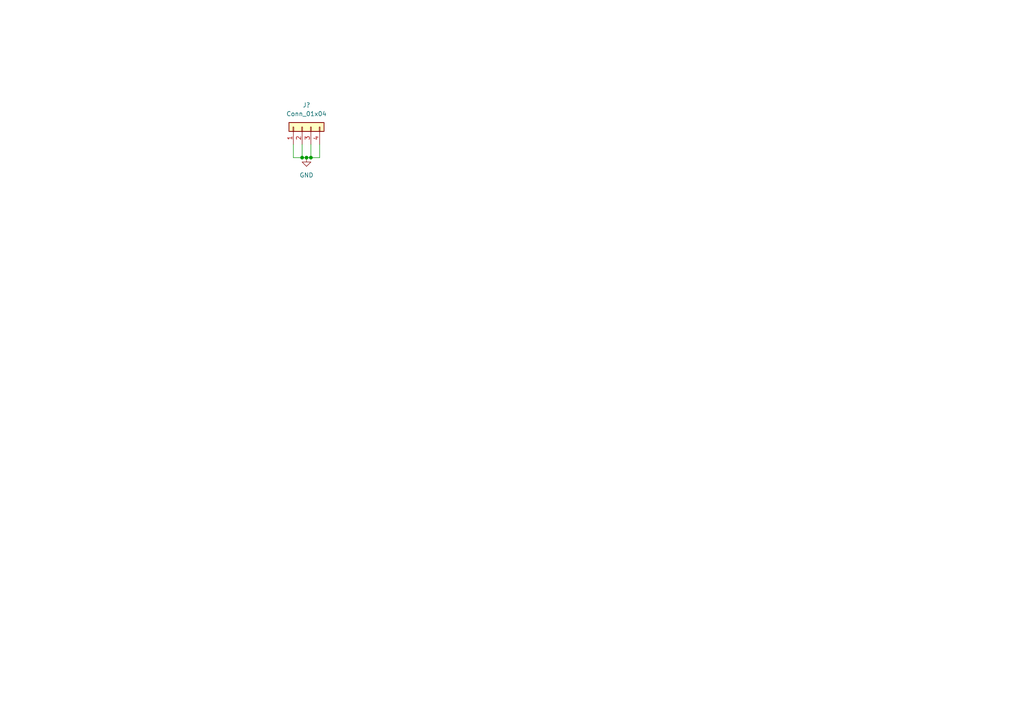
<source format=kicad_sch>
(kicad_sch (version 20211123) (generator eeschema)

  (uuid c2ed8f9d-4d71-492d-b25f-bc6d781aa51f)

  (paper "A4")

  (lib_symbols
    (symbol "Connector_Generic:Conn_01x04" (pin_names (offset 1.016) hide) (in_bom yes) (on_board yes)
      (property "Reference" "J" (id 0) (at 0 5.08 0)
        (effects (font (size 1.27 1.27)))
      )
      (property "Value" "Conn_01x04" (id 1) (at 0 -7.62 0)
        (effects (font (size 1.27 1.27)))
      )
      (property "Footprint" "" (id 2) (at 0 0 0)
        (effects (font (size 1.27 1.27)) hide)
      )
      (property "Datasheet" "~" (id 3) (at 0 0 0)
        (effects (font (size 1.27 1.27)) hide)
      )
      (property "ki_keywords" "connector" (id 4) (at 0 0 0)
        (effects (font (size 1.27 1.27)) hide)
      )
      (property "ki_description" "Generic connector, single row, 01x04, script generated (kicad-library-utils/schlib/autogen/connector/)" (id 5) (at 0 0 0)
        (effects (font (size 1.27 1.27)) hide)
      )
      (property "ki_fp_filters" "Connector*:*_1x??_*" (id 6) (at 0 0 0)
        (effects (font (size 1.27 1.27)) hide)
      )
      (symbol "Conn_01x04_1_1"
        (rectangle (start -1.27 -4.953) (end 0 -5.207)
          (stroke (width 0.1524) (type default) (color 0 0 0 0))
          (fill (type none))
        )
        (rectangle (start -1.27 -2.413) (end 0 -2.667)
          (stroke (width 0.1524) (type default) (color 0 0 0 0))
          (fill (type none))
        )
        (rectangle (start -1.27 0.127) (end 0 -0.127)
          (stroke (width 0.1524) (type default) (color 0 0 0 0))
          (fill (type none))
        )
        (rectangle (start -1.27 2.667) (end 0 2.413)
          (stroke (width 0.1524) (type default) (color 0 0 0 0))
          (fill (type none))
        )
        (rectangle (start -1.27 3.81) (end 1.27 -6.35)
          (stroke (width 0.254) (type default) (color 0 0 0 0))
          (fill (type background))
        )
        (pin passive line (at -5.08 2.54 0) (length 3.81)
          (name "Pin_1" (effects (font (size 1.27 1.27))))
          (number "1" (effects (font (size 1.27 1.27))))
        )
        (pin passive line (at -5.08 0 0) (length 3.81)
          (name "Pin_2" (effects (font (size 1.27 1.27))))
          (number "2" (effects (font (size 1.27 1.27))))
        )
        (pin passive line (at -5.08 -2.54 0) (length 3.81)
          (name "Pin_3" (effects (font (size 1.27 1.27))))
          (number "3" (effects (font (size 1.27 1.27))))
        )
        (pin passive line (at -5.08 -5.08 0) (length 3.81)
          (name "Pin_4" (effects (font (size 1.27 1.27))))
          (number "4" (effects (font (size 1.27 1.27))))
        )
      )
    )
    (symbol "power:GND" (power) (pin_names (offset 0)) (in_bom yes) (on_board yes)
      (property "Reference" "#PWR" (id 0) (at 0 -6.35 0)
        (effects (font (size 1.27 1.27)) hide)
      )
      (property "Value" "GND" (id 1) (at 0 -3.81 0)
        (effects (font (size 1.27 1.27)))
      )
      (property "Footprint" "" (id 2) (at 0 0 0)
        (effects (font (size 1.27 1.27)) hide)
      )
      (property "Datasheet" "" (id 3) (at 0 0 0)
        (effects (font (size 1.27 1.27)) hide)
      )
      (property "ki_keywords" "power-flag" (id 4) (at 0 0 0)
        (effects (font (size 1.27 1.27)) hide)
      )
      (property "ki_description" "Power symbol creates a global label with name \"GND\" , ground" (id 5) (at 0 0 0)
        (effects (font (size 1.27 1.27)) hide)
      )
      (symbol "GND_0_1"
        (polyline
          (pts
            (xy 0 0)
            (xy 0 -1.27)
            (xy 1.27 -1.27)
            (xy 0 -2.54)
            (xy -1.27 -1.27)
            (xy 0 -1.27)
          )
          (stroke (width 0) (type default) (color 0 0 0 0))
          (fill (type none))
        )
      )
      (symbol "GND_1_1"
        (pin power_in line (at 0 0 270) (length 0) hide
          (name "GND" (effects (font (size 1.27 1.27))))
          (number "1" (effects (font (size 1.27 1.27))))
        )
      )
    )
  )

  (junction (at 87.63 45.72) (diameter 0) (color 0 0 0 0)
    (uuid 3f48cda3-4c45-42f5-9a1a-21916a4d8a60)
  )
  (junction (at 88.9 45.72) (diameter 0) (color 0 0 0 0)
    (uuid 60fe8687-a629-45bd-91c1-a6645a1733a4)
  )
  (junction (at 90.17 45.72) (diameter 0) (color 0 0 0 0)
    (uuid fed2e92b-510e-4521-b985-13b46a949864)
  )

  (wire (pts (xy 85.09 45.72) (xy 87.63 45.72))
    (stroke (width 0) (type default) (color 0 0 0 0))
    (uuid 0142bcb9-68d6-4fd8-a209-ac34d4aa4bb5)
  )
  (wire (pts (xy 90.17 45.72) (xy 92.71 45.72))
    (stroke (width 0) (type default) (color 0 0 0 0))
    (uuid 139bd730-1b40-43ac-80bc-beea99f76b26)
  )
  (wire (pts (xy 92.71 45.72) (xy 92.71 41.91))
    (stroke (width 0) (type default) (color 0 0 0 0))
    (uuid 588d8d48-4874-408c-b221-28ad86b8a962)
  )
  (wire (pts (xy 90.17 41.91) (xy 90.17 45.72))
    (stroke (width 0) (type default) (color 0 0 0 0))
    (uuid 8218744a-5567-487f-addf-25e6ca005d2d)
  )
  (wire (pts (xy 87.63 41.91) (xy 87.63 45.72))
    (stroke (width 0) (type default) (color 0 0 0 0))
    (uuid a7c4fdbf-136d-48d2-8719-c67a3050b82a)
  )
  (wire (pts (xy 88.9 45.72) (xy 90.17 45.72))
    (stroke (width 0) (type default) (color 0 0 0 0))
    (uuid d990a373-ba9f-4aa2-bdbc-c6a274f94eab)
  )
  (wire (pts (xy 87.63 45.72) (xy 88.9 45.72))
    (stroke (width 0) (type default) (color 0 0 0 0))
    (uuid e18e6ac4-0868-49f1-85cc-b5d4b2eed6e7)
  )
  (wire (pts (xy 85.09 41.91) (xy 85.09 45.72))
    (stroke (width 0) (type default) (color 0 0 0 0))
    (uuid eb6e0c92-4735-41c3-9ac0-1b4f1f2df939)
  )

  (symbol (lib_id "Connector_Generic:Conn_01x04") (at 87.63 36.83 90) (unit 1)
    (in_bom yes) (on_board yes) (fields_autoplaced)
    (uuid e5b3a059-c7bc-4dbe-b40e-745ecc30a322)
    (property "Reference" "J?" (id 0) (at 88.9 30.48 90))
    (property "Value" "Conn_01x04" (id 1) (at 88.9 33.02 90))
    (property "Footprint" "" (id 2) (at 87.63 36.83 0)
      (effects (font (size 1.27 1.27)) hide)
    )
    (property "Datasheet" "~" (id 3) (at 87.63 36.83 0)
      (effects (font (size 1.27 1.27)) hide)
    )
    (pin "1" (uuid 706b225f-0a0f-428b-9194-691f8a316cc6))
    (pin "2" (uuid 0466f9b6-c558-4449-82e5-dbef9e2b6e5d))
    (pin "3" (uuid dd1f2cbc-fa94-4919-9003-4fc4b8edb0b4))
    (pin "4" (uuid c0cc2de5-cdc9-4773-9425-3947b4ba6cbc))
  )

  (symbol (lib_id "power:GND") (at 88.9 45.72 0) (unit 1)
    (in_bom yes) (on_board yes) (fields_autoplaced)
    (uuid f47e7071-9c7d-44b8-a454-f1fa4dacc60b)
    (property "Reference" "#PWR?" (id 0) (at 88.9 52.07 0)
      (effects (font (size 1.27 1.27)) hide)
    )
    (property "Value" "GND" (id 1) (at 88.9 50.8 0))
    (property "Footprint" "" (id 2) (at 88.9 45.72 0)
      (effects (font (size 1.27 1.27)) hide)
    )
    (property "Datasheet" "" (id 3) (at 88.9 45.72 0)
      (effects (font (size 1.27 1.27)) hide)
    )
    (pin "1" (uuid a1893b0e-de71-48b6-80b6-bb40b558a0e0))
  )
)

</source>
